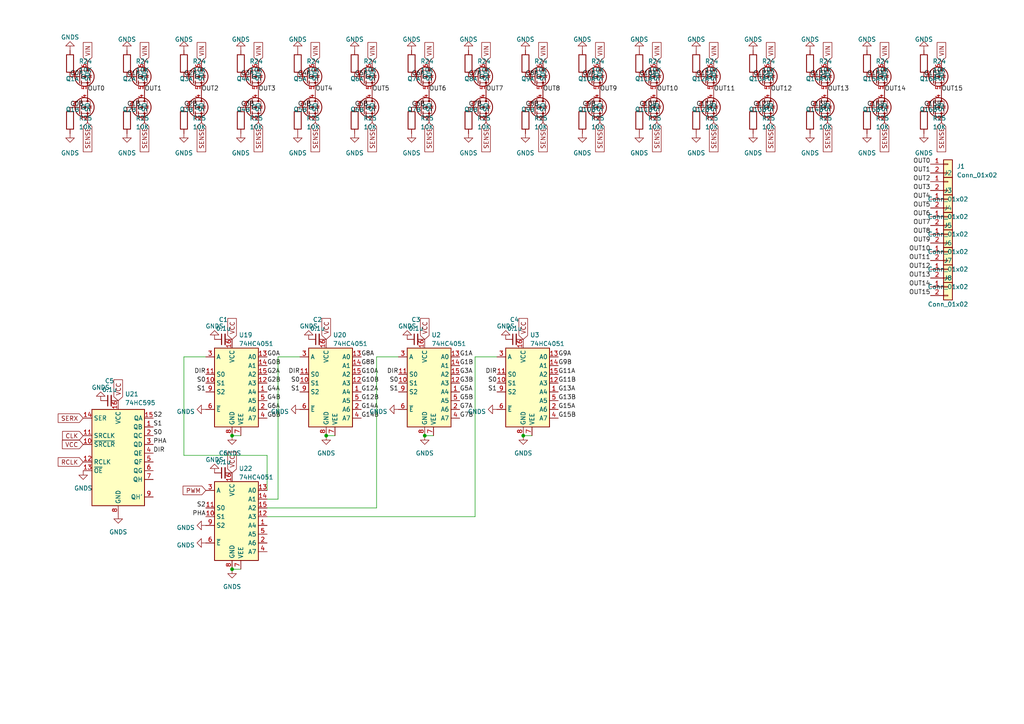
<source format=kicad_sch>
(kicad_sch (version 20230121) (generator eeschema)
  (paper "A4")
  (lib_symbols
    (symbol "74xx:74HC4051"
      (property "Reference" "U" (at -5.08 11.43 0))
      (property "Value" "74HC4051" (at -7.62 -13.97 0))
      (symbol "74HC4051_1_1"
        (pin passive line (at 10.16 -2.54 180) (length 2.54) (name "A4") (number "1"))
        (pin input line (at -7.62 0 0) (length 2.54) (name "S1") (number "10"))
        (pin input line (at -7.62 2.54 0) (length 2.54) (name "S0") (number "11"))
        (pin passive line (at 10.16 0 180) (length 2.54) (name "A3") (number "12"))
        (pin passive line (at 10.16 7.62 180) (length 2.54) (name "A0") (number "13"))
        (pin passive line (at 10.16 5.08 180) (length 2.54) (name "A1") (number "14"))
        (pin passive line (at 10.16 2.54 180) (length 2.54) (name "A2") (number "15"))
        (pin power_in line (at 0 12.7 270) (length 2.54) (name "VCC") (number "16"))
        (pin passive line (at 10.16 -7.62 180) (length 2.54) (name "A6") (number "2"))
        (pin passive line (at -7.62 7.62 0) (length 2.54) (name "A") (number "3"))
        (pin passive line (at 10.16 -10.16 180) (length 2.54) (name "A7") (number "4"))
        (pin passive line (at 10.16 -5.08 180) (length 2.54) (name "A5") (number "5"))
        (pin input line (at -7.62 -7.62 0) (length 2.54) (name "~{E}") (number "6"))
        (pin power_in line (at 2.54 -15.24 90) (length 2.54) (name "VEE") (number "7"))
        (pin power_in line (at 0 -15.24 90) (length 2.54) (name "GND") (number "8"))
        (pin input line (at -7.62 -2.54 0) (length 2.54) (name "S2") (number "9"))
      )
    )
    (symbol "74xx:74HC595"
      (property "Reference" "U" (at -7.62 13.97 0))
      (property "Value" "74HC595" (at -7.62 -16.51 0))
      (symbol "74HC595_1_0"
        (pin tri_state line (at 10.16 7.62 180) (length 2.54) (name "QB") (number "1"))
        (pin input line (at -10.16 2.54 0) (length 2.54) (name "~{SRCLR}") (number "10"))
        (pin input line (at -10.16 5.08 0) (length 2.54) (name "SRCLK") (number "11"))
        (pin input line (at -10.16 -2.54 0) (length 2.54) (name "RCLK") (number "12"))
        (pin input line (at -10.16 -5.08 0) (length 2.54) (name "~{OE}") (number "13"))
        (pin input line (at -10.16 10.16 0) (length 2.54) (name "SER") (number "14"))
        (pin tri_state line (at 10.16 10.16 180) (length 2.54) (name "QA") (number "15"))
        (pin power_in line (at 0 15.24 270) (length 2.54) (name "VCC") (number "16"))
        (pin tri_state line (at 10.16 5.08 180) (length 2.54) (name "QC") (number "2"))
        (pin tri_state line (at 10.16 2.54 180) (length 2.54) (name "QD") (number "3"))
        (pin tri_state line (at 10.16 0 180) (length 2.54) (name "QE") (number "4"))
        (pin tri_state line (at 10.16 -2.54 180) (length 2.54) (name "QF") (number "5"))
        (pin tri_state line (at 10.16 -5.08 180) (length 2.54) (name "QG") (number "6"))
        (pin tri_state line (at 10.16 -7.62 180) (length 2.54) (name "QH") (number "7"))
        (pin power_in line (at 0 -17.78 90) (length 2.54) (name "GND") (number "8"))
        (pin output line (at 10.16 -12.7 180) (length 2.54) (name "QH'") (number "9"))
      )
    )
    (symbol "Connector_Generic:Conn_01x02" (pin_names (offset 1.016) hide)
      (property "Reference" "J" (at 0 2.54 0))
      (property "Value" "Conn_01x02" (at 0 -5.08 0))
      (symbol "Conn_01x02_1_1"
        (pin passive line (at -5.08 0 0) (length 3.81) (name "Pin_1") (number "1"))
        (pin passive line (at -5.08 -2.54 0) (length 3.81) (name "Pin_2") (number "2"))
      )
    )
    (symbol "Device:C_Small" (pin_numbers hide) (pin_names (offset 0.254) hide)
      (property "Reference" "C" (at 0.254 1.778 0))
      (property "Value" "C_Small" (at 0.254 -2.032 0))
      (symbol "C_Small_1_1"
        (pin passive line (at 0 2.54 270) (length 2.032) (name "~") (number "1"))
        (pin passive line (at 0 -2.54 90) (length 2.032) (name "~") (number "2"))
      )
    )
    (symbol "Device:R" (pin_numbers hide) (pin_names (offset 0))
      (property "Reference" "R" (at 2.032 0 90))
      (property "Value" "R" (at 0 0 90))
      (symbol "R_1_1"
        (pin passive line (at 0 3.81 270) (length 1.27) (name "~") (number "1"))
        (pin passive line (at 0 -3.81 90) (length 1.27) (name "~") (number "2"))
      )
    )
    (symbol "TacTile2:DMN2053UVT"
      (property "Reference" "Q" (at 3.175 0 0))
      (symbol "DMN2053UVT_1_1"
        (pin input line (at -5.08 0 0) (length 2.54) (name "G") (number "1"))
        (pin passive line (at 0 -4.445 90) (length 2.54) (name "S") (number "5"))
        (pin passive line (at 0 4.445 270) (length 2.54) (name "D") (number "6"))
      )
      (symbol "DMN2053UVT_2_1"
        (pin passive line (at 0 -4.445 90) (length 2.54) (name "S") (number "2"))
        (pin input line (at -5.08 0 0) (length 2.54) (name "G") (number "3"))
        (pin passive line (at 0 4.445 270) (length 2.54) (name "D") (number "4"))
      )
    )
    (symbol "power:GNDS" (power) (pin_names (offset 0))
      (property "Value" "GNDS" (at 0 -3.81 0))
      (symbol "GNDS_1_1"
        (pin power_in line (at 0 0 270) (length 0) hide (name "GNDS") (number "1"))
      )
    )
  )
  (junction (at 67.31 126.365))
  (junction (at 123.19 126.365))
  (junction (at 151.765 126.365))
  (junction (at 67.31 165.1))
  (junction (at 94.615 126.365))
  (wire (pts (xy 109.22 103.505) (xy 115.57 103.505)))
  (wire (pts (xy 77.47 144.78) (xy 80.645 144.78)))
  (wire (pts (xy 67.31 126.365) (xy 69.85 126.365)))
  (wire (pts (xy 80.645 103.505) (xy 86.995 103.505)))
  (wire (pts (xy 137.795 103.505) (xy 137.795 149.86)))
  (wire (pts (xy 94.615 126.365) (xy 97.155 126.365)))
  (wire (pts (xy 67.31 165.1) (xy 69.85 165.1)))
  (wire (pts (xy 109.22 147.32) (xy 77.47 147.32)))
  (wire (pts (xy 151.765 126.365) (xy 154.305 126.365)))
  (wire (pts (xy 80.645 144.78) (xy 80.645 103.505)))
  (wire (pts (xy 109.22 103.505) (xy 109.22 147.32)))
  (wire (pts (xy 137.795 149.86) (xy 77.47 149.86)))
  (wire (pts (xy 137.795 103.505) (xy 144.145 103.505)))
  (wire (pts (xy 53.34 132.08) (xy 53.34 103.505)))
  (wire (pts (xy 53.34 103.505) (xy 59.69 103.505)))
  (wire (pts (xy 77.47 142.24) (xy 77.47 132.08)))
  (wire (pts (xy 77.47 132.08) (xy 53.34 132.08)))
  (wire (pts (xy 123.19 126.365) (xy 125.73 126.365)))
  (label "G14B" (at 251.46 31.115 0))
  (label "G5B" (at 133.35 116.205 0))
  (label "G2B" (at 53.34 31.115 0))
  (label "DIR" (at 59.69 108.585 180))
  (label "G6A" (at 77.47 118.745 0))
  (label "OUT9" (at 269.875 70.485 180))
  (label "S1" (at 115.57 113.665 180))
  (label "OUT13" (at 240.03 26.67 0))
  (label "G10A" (at 104.775 108.585 0))
  (label "G13B" (at 161.925 116.205 0))
  (label "OUT12" (at 223.52 26.67 0))
  (label "G14A" (at 104.775 118.745 0))
  (label "OUT2" (at 269.875 52.705 180))
  (label "G9A" (at 161.925 103.505 0))
  (label "OUT5" (at 107.95 26.67 0))
  (label "G7B" (at 133.35 121.285 0))
  (label "G10A" (at 185.42 22.225 0))
  (label "G2A" (at 53.34 22.225 0))
  (label "G11B" (at 161.925 111.125 0))
  (label "G1B" (at 36.83 31.115 0))
  (label "S0" (at 59.69 111.125 180))
  (label "G6A" (at 119.38 22.225 0))
  (label "G10B" (at 185.42 31.115 0))
  (label "G12B" (at 218.44 31.115 0))
  (label "G6B" (at 77.47 121.285 0))
  (label "OUT14" (at 269.875 83.185 180))
  (label "DIR" (at 86.995 108.585 180))
  (label "OUT2" (at 58.42 26.67 0))
  (label "G5A" (at 102.87 22.225 0))
  (label "OUT6" (at 124.46 26.67 0))
  (label "S1" (at 44.45 123.825 0))
  (label "G8B" (at 104.775 106.045 0))
  (label "OUT8" (at 269.875 67.945 180))
  (label "G15B" (at 267.97 31.115 0))
  (label "OUT9" (at 173.99 26.67 0))
  (label "G3A" (at 133.35 108.585 0))
  (label "S0" (at 44.45 126.365 0))
  (label "G8A" (at 152.4 22.225 0))
  (label "G0A" (at 77.47 103.505 0))
  (label "G4B" (at 77.47 116.205 0))
  (label "S1" (at 86.995 113.665 180))
  (label "G0A" (at 20.32 22.225 0))
  (label "OUT7" (at 140.97 26.67 0))
  (label "G9B" (at 168.91 31.115 0))
  (label "S1" (at 59.69 113.665 180))
  (label "G12A" (at 218.44 22.225 0))
  (label "OUT10" (at 190.5 26.67 0))
  (label "G8A" (at 104.775 103.505 0))
  (label "S0" (at 144.145 111.125 180))
  (label "OUT13" (at 269.875 80.645 180))
  (label "OUT4" (at 269.875 57.785 180))
  (label "G12B" (at 104.775 116.205 0))
  (label "S0" (at 86.995 111.125 180))
  (label "DIR" (at 115.57 108.585 180))
  (label "OUT6" (at 269.875 62.865 180))
  (label "OUT7" (at 269.875 65.405 180))
  (label "G0B" (at 20.32 31.115 0))
  (label "G13A" (at 234.95 22.225 0))
  (label "G8B" (at 152.4 31.115 0))
  (label "G5B" (at 102.87 31.115 0))
  (label "S1" (at 144.145 113.665 180))
  (label "G10B" (at 104.775 111.125 0))
  (label "G11B" (at 201.93 31.115 0))
  (label "PHA" (at 59.69 149.86 180))
  (label "G15A" (at 161.925 118.745 0))
  (label "G7A" (at 135.89 22.225 0))
  (label "G2B" (at 77.47 111.125 0))
  (label "S2" (at 59.69 147.32 180))
  (label "G15B" (at 161.925 121.285 0))
  (label "G11A" (at 201.93 22.225 0))
  (label "G12A" (at 104.775 113.665 0))
  (label "OUT5" (at 269.875 60.325 180))
  (label "OUT0" (at 25.4 26.67 0))
  (label "G6B" (at 119.38 31.115 0))
  (label "S2" (at 44.45 121.285 0))
  (label "OUT14" (at 256.54 26.67 0))
  (label "OUT8" (at 157.48 26.67 0))
  (label "OUT0" (at 269.875 47.625 180))
  (label "G0B" (at 77.47 106.045 0))
  (label "G4B" (at 86.36 31.115 0))
  (label "OUT11" (at 269.875 75.565 180))
  (label "G2A" (at 77.47 108.585 0))
  (label "OUT11" (at 207.01 26.67 0))
  (label "G13A" (at 161.925 113.665 0))
  (label "G3B" (at 133.35 111.125 0))
  (label "DIR" (at 144.145 108.585 180))
  (label "S0" (at 115.57 111.125 180))
  (label "OUT1" (at 41.91 26.67 0))
  (label "PHA" (at 44.45 128.905 0))
  (label "OUT3" (at 269.875 55.245 180))
  (label "G14A" (at 251.46 22.225 0))
  (label "G1A" (at 133.35 103.505 0))
  (label "G9B" (at 161.925 106.045 0))
  (label "OUT12" (at 269.875 78.105 180))
  (label "G3A" (at 69.85 22.225 0))
  (label "G7A" (at 133.35 118.745 0))
  (label "OUT15" (at 273.05 26.67 0))
  (label "G5A" (at 133.35 113.665 0))
  (label "OUT3" (at 74.93 26.67 0))
  (label "OUT15" (at 269.875 85.725 180))
  (label "G3B" (at 69.85 31.115 0))
  (label "OUT10" (at 269.875 73.025 180))
  (label "G7B" (at 135.89 31.115 0))
  (label "G11A" (at 161.925 108.585 0))
  (label "G1B" (at 133.35 106.045 0))
  (label "OUT1" (at 269.875 50.165 180))
  (label "G1A" (at 36.83 22.225 0))
  (label "G4A" (at 77.47 113.665 0))
  (label "G15A" (at 267.97 22.225 0))
  (label "G4A" (at 86.36 22.225 0))
  (label "DIR" (at 44.45 131.445 0))
  (label "OUT4" (at 91.44 26.67 0))
  (label "G13B" (at 234.95 31.115 0))
  (label "G9A" (at 168.91 22.225 0))
  (label "G14B" (at 104.775 121.285 0))
  (global_label "VIN" (shape input) (at 140.97 17.78 90) (property "Intersheetrefs" "${INTERSHEET_REFS}" (effects hide)))
  (global_label "VIN" (shape input) (at 256.54 17.78 90) (property "Intersheetrefs" "${INTERSHEET_REFS}" (effects hide)))
  (global_label "VCC" (shape input) (at 151.765 98.425 90) (property "Intersheetrefs" "${INTERSHEET_REFS}" (effects hide)))
  (global_label "VIN" (shape input) (at 157.48 17.78 90) (property "Intersheetrefs" "${INTERSHEET_REFS}" (effects hide)))
  (global_label "SENSE" (shape input) (at 140.97 35.56 270) (property "Intersheetrefs" "${INTERSHEET_REFS}" (effects hide)))
  (global_label "SENSE" (shape input) (at 207.01 35.56 270) (property "Intersheetrefs" "${INTERSHEET_REFS}" (effects hide)))
  (global_label "SENSE" (shape input) (at 74.93 35.56 270) (property "Intersheetrefs" "${INTERSHEET_REFS}" (effects hide)))
  (global_label "SERX" (shape input) (at 24.13 121.285 180) (property "Intersheetrefs" "${INTERSHEET_REFS}" (effects hide)))
  (global_label "VCC" (shape input) (at 67.31 98.425 90) (property "Intersheetrefs" "${INTERSHEET_REFS}" (effects hide)))
  (global_label "VCC" (shape input) (at 94.615 98.425 90) (property "Intersheetrefs" "${INTERSHEET_REFS}" (effects hide)))
  (global_label "VIN" (shape input) (at 173.99 17.78 90) (property "Intersheetrefs" "${INTERSHEET_REFS}" (effects hide)))
  (global_label "SENSE" (shape input) (at 173.99 35.56 270) (property "Intersheetrefs" "${INTERSHEET_REFS}" (effects hide)))
  (global_label "VIN" (shape input) (at 240.03 17.78 90) (property "Intersheetrefs" "${INTERSHEET_REFS}" (effects hide)))
  (global_label "VCC" (shape input) (at 24.13 128.905 180) (property "Intersheetrefs" "${INTERSHEET_REFS}" (effects hide)))
  (global_label "VIN" (shape input) (at 74.93 17.78 90) (property "Intersheetrefs" "${INTERSHEET_REFS}" (effects hide)))
  (global_label "SENSE" (shape input) (at 41.91 35.56 270) (property "Intersheetrefs" "${INTERSHEET_REFS}" (effects hide)))
  (global_label "VIN" (shape input) (at 223.52 17.78 90) (property "Intersheetrefs" "${INTERSHEET_REFS}" (effects hide)))
  (global_label "VIN" (shape input) (at 91.44 17.78 90) (property "Intersheetrefs" "${INTERSHEET_REFS}" (effects hide)))
  (global_label "VIN" (shape input) (at 190.5 17.78 90) (property "Intersheetrefs" "${INTERSHEET_REFS}" (effects hide)))
  (global_label "SENSE" (shape input) (at 273.05 35.56 270) (property "Intersheetrefs" "${INTERSHEET_REFS}" (effects hide)))
  (global_label "VIN" (shape input) (at 207.01 17.78 90) (property "Intersheetrefs" "${INTERSHEET_REFS}" (effects hide)))
  (global_label "SENSE" (shape input) (at 190.5 35.56 270) (property "Intersheetrefs" "${INTERSHEET_REFS}" (effects hide)))
  (global_label "VIN" (shape input) (at 25.4 17.78 90) (property "Intersheetrefs" "${INTERSHEET_REFS}" (effects hide)))
  (global_label "VCC" (shape input) (at 34.29 116.205 90) (property "Intersheetrefs" "${INTERSHEET_REFS}" (effects hide)))
  (global_label "VIN" (shape input) (at 124.46 17.78 90) (property "Intersheetrefs" "${INTERSHEET_REFS}" (effects hide)))
  (global_label "SENSE" (shape input) (at 58.42 35.56 270) (property "Intersheetrefs" "${INTERSHEET_REFS}" (effects hide)))
  (global_label "SENSE" (shape input) (at 223.52 35.56 270) (property "Intersheetrefs" "${INTERSHEET_REFS}" (effects hide)))
  (global_label "VCC" (shape input) (at 67.31 137.16 90) (property "Intersheetrefs" "${INTERSHEET_REFS}" (effects hide)))
  (global_label "VIN" (shape input) (at 107.95 17.78 90) (property "Intersheetrefs" "${INTERSHEET_REFS}" (effects hide)))
  (global_label "VCC" (shape input) (at 123.19 98.425 90) (property "Intersheetrefs" "${INTERSHEET_REFS}" (effects hide)))
  (global_label "CLK" (shape input) (at 24.13 126.365 180) (property "Intersheetrefs" "${INTERSHEET_REFS}" (effects hide)))
  (global_label "SENSE" (shape input) (at 157.48 35.56 270) (property "Intersheetrefs" "${INTERSHEET_REFS}" (effects hide)))
  (global_label "SENSE" (shape input) (at 124.46 35.56 270) (property "Intersheetrefs" "${INTERSHEET_REFS}" (effects hide)))
  (global_label "SENSE" (shape input) (at 256.54 35.56 270) (property "Intersheetrefs" "${INTERSHEET_REFS}" (effects hide)))
  (global_label "VIN" (shape input) (at 273.05 17.78 90) (property "Intersheetrefs" "${INTERSHEET_REFS}" (effects hide)))
  (global_label "PWM" (shape input) (at 59.69 142.24 180) (property "Intersheetrefs" "${INTERSHEET_REFS}" (effects hide)))
  (global_label "SENSE" (shape input) (at 91.44 35.56 270) (property "Intersheetrefs" "${INTERSHEET_REFS}" (effects hide)))
  (global_label "RCLK" (shape input) (at 24.13 133.985 180) (property "Intersheetrefs" "${INTERSHEET_REFS}" (effects hide)))
  (global_label "SENSE" (shape input) (at 240.03 35.56 270) (property "Intersheetrefs" "${INTERSHEET_REFS}" (effects hide)))
  (global_label "SENSE" (shape input) (at 25.4 35.56 270) (property "Intersheetrefs" "${INTERSHEET_REFS}" (effects hide)))
  (global_label "VIN" (shape input) (at 58.42 17.78 90) (property "Intersheetrefs" "${INTERSHEET_REFS}" (effects hide)))
  (global_label "SENSE" (shape input) (at 107.95 35.56 270) (property "Intersheetrefs" "${INTERSHEET_REFS}" (effects hide)))
  (global_label "VIN" (shape input) (at 41.91 17.78 90) (property "Intersheetrefs" "${INTERSHEET_REFS}" (effects hide)))
  (symbol (lib_id "power:GNDS") (at 67.31 126.365 0) (unit 1)
    (property "Reference" "#PWR060" (effects hide))
    (property "Value" "GNDS" (at 67.31 131.445 0))
    (instances (project "PEST_Driver" (path "" (reference "#PWR060") (unit 1)) (path "" (reference "#PWR013") (unit 1))))
  )
  (symbol (lib_id "power:GNDS") (at 146.685 98.425 180) (unit 1)
    (property "Reference" "#PWR060" (effects hide))
    (property "Value" "GNDS" (at 146.685 94.615 0))
    (instances (project "PEST_Driver" (path "" (reference "#PWR060") (unit 1)) (path "" (reference "#PWR073") (unit 1))))
  )
  (symbol (lib_id "power:GNDS") (at 151.765 126.365 0) (unit 1)
    (property "Reference" "#PWR060" (effects hide))
    (property "Value" "GNDS" (at 151.765 131.445 0))
    (instances (project "PEST_Driver" (path "" (reference "#PWR060") (unit 1)) (path "" (reference "#PWR016") (unit 1))))
  )
  (symbol (lib_id "power:GNDS") (at 59.69 118.745 270) (unit 1)
    (property "Reference" "#PWR060" (effects hide))
    (property "Value" "GNDS" (at 56.515 119.38 90) (effects (justify right)))
    (instances (project "PEST_Driver" (path "" (reference "#PWR060") (unit 1)) (path "" (reference "#PWR064") (unit 1))))
  )
  (symbol (lib_id "Device:R") (at 86.36 34.925 0) (unit 1)
    (property "Reference" "R25" (at 88.9 34.29 0) (effects (justify left)))
    (property "Value" "10K" (at 88.9 36.83 0) (effects (justify left)))
    (property "Footprint" "Resistor_SMD:R_0402_1005Metric" (effects hide))
    (instances (project "PEST_Driver" (path "" (reference "R25") (unit 1)) (path "" (reference "R11") (unit 1))))
  )
  (symbol (lib_id "Device:R") (at 86.36 18.415 0) (unit 1)
    (property "Reference" "R24" (at 88.9 17.78 0) (effects (justify left)))
    (property "Value" "10K" (at 88.9 20.32 0) (effects (justify left)))
    (property "Footprint" "Resistor_SMD:R_0402_1005Metric" (effects hide))
    (instances (project "PEST_Driver" (path "" (reference "R24") (unit 1)) (path "" (reference "R10") (unit 1))))
  )
  (symbol (lib_id "power:GNDS") (at 135.89 38.735 0) (unit 1)
    (property "Reference" "#PWR060" (effects hide))
    (property "Value" "GNDS" (at 135.89 44.3733 0))
    (instances (project "PEST_Driver" (path "" (reference "#PWR060") (unit 1)) (path "" (reference "#PWR0103") (unit 1))))
  )
  (symbol (lib_id "power:GNDS") (at 53.34 38.735 0) (unit 1)
    (property "Reference" "#PWR060" (effects hide))
    (property "Value" "GNDS" (at 53.34 44.3733 0))
    (instances (project "PEST_Driver" (path "" (reference "#PWR060") (unit 1)) (path "" (reference "#PWR0108") (unit 1))))
  )
  (symbol (lib_id "TacTile2:DMN2053UVT") (at 41.91 31.115 0) (unit 2)
    (property "Reference" "Q2" (at 35.56 31.75 0) (effects (justify left)))
    (property "Value" "~" (at 41.91 31.115 0))
    (property "Footprint" "Package_TO_SOT_SMD:TSOT-23-6" (effects hide))
  )
  (symbol (lib_id "TacTile2:DMN2053UVT") (at 58.42 22.225 0) (unit 1)
    (property "Reference" "Q3" (at 52.07 22.86 0) (effects (justify left)))
    (property "Value" "~" (at 58.42 22.225 0))
    (property "Footprint" "Package_TO_SOT_SMD:TSOT-23-6" (effects hide))
  )
  (symbol (lib_id "power:GNDS") (at 86.36 14.605 180) (unit 1)
    (property "Reference" "#PWR060" (effects hide))
    (property "Value" "GNDS" (at 86.36 11.43 0))
    (instances (project "PEST_Driver" (path "" (reference "#PWR060") (unit 1)) (path "" (reference "#PWR083") (unit 1))))
  )
  (symbol (lib_id "power:GNDS") (at 201.93 14.605 180) (unit 1)
    (property "Reference" "#PWR060" (effects hide))
    (property "Value" "GNDS" (at 201.93 11.43 0))
    (instances (project "PEST_Driver" (path "" (reference "#PWR060") (unit 1)) (path "" (reference "#PWR090") (unit 1))))
  )
  (symbol (lib_id "power:GNDS") (at 20.32 38.735 0) (unit 1)
    (property "Reference" "#PWR060" (effects hide))
    (property "Value" "GNDS" (at 20.32 44.3733 0))
    (instances (project "PEST_Driver" (path "" (reference "#PWR060") (unit 1)) (path "" (reference "#PWR0110") (unit 1))))
  )
  (symbol (lib_id "TacTile2:DMN2053UVT") (at 74.93 31.115 0) (unit 2)
    (property "Reference" "Q4" (at 68.58 31.75 0) (effects (justify left)))
    (property "Value" "~" (at 74.93 31.115 0))
    (property "Footprint" "Package_TO_SOT_SMD:TSOT-23-6" (effects hide))
  )
  (symbol (lib_id "TacTile2:DMN2053UVT") (at 157.48 31.115 0) (unit 2)
    (property "Reference" "Q9" (at 151.13 31.75 0) (effects (justify left)))
    (property "Value" "~" (at 157.48 31.115 0))
    (property "Footprint" "Package_TO_SOT_SMD:TSOT-23-6" (effects hide))
  )
  (symbol (lib_id "power:GNDS") (at 123.19 126.365 0) (unit 1)
    (property "Reference" "#PWR060" (effects hide))
    (property "Value" "GNDS" (at 123.19 131.445 0))
    (instances (project "PEST_Driver" (path "" (reference "#PWR060") (unit 1)) (path "" (reference "#PWR015") (unit 1))))
  )
  (symbol (lib_id "power:GNDS") (at 251.46 38.735 0) (unit 1)
    (property "Reference" "#PWR060" (effects hide))
    (property "Value" "GNDS" (at 251.46 44.3733 0))
    (instances (project "PEST_Driver" (path "" (reference "#PWR060") (unit 1)) (path "" (reference "#PWR096") (unit 1))))
  )
  (symbol (lib_id "Device:R") (at 119.38 18.415 0) (unit 1)
    (property "Reference" "R24" (at 121.92 17.78 0) (effects (justify left)))
    (property "Value" "10K" (at 121.92 20.32 0) (effects (justify left)))
    (property "Footprint" "Resistor_SMD:R_0402_1005Metric" (effects hide))
    (instances (project "PEST_Driver" (path "" (reference "R24") (unit 1)) (path "" (reference "R14") (unit 1))))
  )
  (symbol (lib_id "TacTile2:DMN2053UVT") (at 223.52 31.115 0) (unit 2)
    (property "Reference" "Q13" (at 217.17 31.75 0) (effects (justify left)))
    (property "Value" "~" (at 223.52 31.115 0))
    (property "Footprint" "Package_TO_SOT_SMD:TSOT-23-6" (effects hide))
  )
  (symbol (lib_id "Connector_Generic:Conn_01x02") (at 274.955 78.105 0) (unit 1)
    (property "Reference" "J7" (at 274.955 75.565 0))
    (property "Value" "Conn_01x02" (at 274.955 83.185 0))
    (property "Footprint" "TacTile2:High_Current_Jumper" (effects hide))
  )
  (symbol (lib_id "power:GNDS") (at 168.91 14.605 180) (unit 1)
    (property "Reference" "#PWR060" (effects hide))
    (property "Value" "GNDS" (at 168.91 11.43 0))
    (instances (project "PEST_Driver" (path "" (reference "#PWR060") (unit 1)) (path "" (reference "#PWR088") (unit 1))))
  )
  (symbol (lib_id "power:GNDS") (at 62.23 137.16 180) (unit 1)
    (property "Reference" "#PWR060" (effects hide))
    (property "Value" "GNDS" (at 62.23 133.35 0))
    (instances (project "PEST_Driver" (path "" (reference "#PWR060") (unit 1)) (path "" (reference "#PWR070") (unit 1))))
  )
  (symbol (lib_id "TacTile2:DMN2053UVT") (at 140.97 31.115 0) (unit 2)
    (property "Reference" "Q8" (at 134.62 31.75 0) (effects (justify left)))
    (property "Value" "~" (at 140.97 31.115 0))
    (property "Footprint" "Package_TO_SOT_SMD:TSOT-23-6" (effects hide))
  )
  (symbol (lib_id "74xx:74HC4051") (at 67.31 149.86 0) (unit 1)
    (property "Reference" "U22" (at 69.2659 135.89 0) (effects (justify left)))
    (property "Value" "74HC4051" (at 69.2659 138.43 0) (effects (justify left)))
    (property "Footprint" "Package_SO:TSSOP-16_4.4x5mm_P0.65mm" (effects hide))
    (property "Datasheet" "http://www.ti.com/lit/ds/symlink/cd74hc4051.pdf" (effects hide))
    (instances (project "PEST_Driver" (path "" (reference "U22") (unit 1)) (path "" (reference "U12") (unit 1))))
  )
  (symbol (lib_id "TacTile2:DMN2053UVT") (at 273.05 31.115 0) (unit 2)
    (property "Reference" "Q16" (at 266.7 31.75 0) (effects (justify left)))
    (property "Value" "~" (at 273.05 31.115 0))
    (property "Footprint" "Package_TO_SOT_SMD:TSOT-23-6" (effects hide))
  )
  (symbol (lib_id "power:GNDS") (at 36.83 14.605 180) (unit 1)
    (property "Reference" "#PWR060" (effects hide))
    (property "Value" "GNDS" (at 36.83 11.43 0))
    (instances (project "PEST_Driver" (path "" (reference "#PWR060") (unit 1)) (path "" (reference "#PWR080") (unit 1))))
  )
  (symbol (lib_id "74xx:74HC4051") (at 94.615 111.125 0) (unit 1)
    (property "Reference" "U20" (at 96.5709 97.155 0) (effects (justify left)))
    (property "Value" "74HC4051" (at 96.5709 99.695 0) (effects (justify left)))
    (property "Footprint" "Package_SO:TSSOP-16_4.4x5mm_P0.65mm" (effects hide))
    (property "Datasheet" "http://www.ti.com/lit/ds/symlink/cd74hc4051.pdf" (effects hide))
    (instances (project "PEST_Driver" (path "" (reference "U20") (unit 1)) (path "" (reference "U3") (unit 1))))
  )
  (symbol (lib_id "power:GNDS") (at 185.42 14.605 180) (unit 1)
    (property "Reference" "#PWR060" (effects hide))
    (property "Value" "GNDS" (at 185.42 11.43 0))
    (instances (project "PEST_Driver" (path "" (reference "#PWR060") (unit 1)) (path "" (reference "#PWR089") (unit 1))))
  )
  (symbol (lib_id "TacTile2:DMN2053UVT") (at 107.95 31.115 0) (unit 2)
    (property "Reference" "Q6" (at 101.6 31.75 0) (effects (justify left)))
    (property "Value" "~" (at 107.95 31.115 0))
    (property "Footprint" "Package_TO_SOT_SMD:TSOT-23-6" (effects hide))
  )
  (symbol (lib_id "power:GNDS") (at 62.23 98.425 180) (unit 1)
    (property "Reference" "#PWR060" (effects hide))
    (property "Value" "GNDS" (at 62.23 94.615 0))
    (instances (project "PEST_Driver" (path "" (reference "#PWR060") (unit 1)) (path "" (reference "#PWR069") (unit 1))))
  )
  (symbol (lib_id "power:GNDS") (at 218.44 38.735 0) (unit 1)
    (property "Reference" "#PWR060" (effects hide))
    (property "Value" "GNDS" (at 218.44 44.3733 0))
    (instances (project "PEST_Driver" (path "" (reference "#PWR060") (unit 1)) (path "" (reference "#PWR098") (unit 1))))
  )
  (symbol (lib_id "Device:R") (at 152.4 18.415 0) (unit 1)
    (property "Reference" "R24" (at 154.94 17.78 0) (effects (justify left)))
    (property "Value" "10K" (at 154.94 20.32 0) (effects (justify left)))
    (property "Footprint" "Resistor_SMD:R_0402_1005Metric" (effects hide))
    (instances (project "PEST_Driver" (path "" (reference "R24") (unit 1)) (path "" (reference "R18") (unit 1))))
  )
  (symbol (lib_id "TacTile2:DMN2053UVT") (at 207.01 31.115 0) (unit 2)
    (property "Reference" "Q12" (at 200.66 31.75 0) (effects (justify left)))
    (property "Value" "~" (at 207.01 31.115 0))
    (property "Footprint" "Package_TO_SOT_SMD:TSOT-23-6" (effects hide))
  )
  (symbol (lib_id "Device:C_Small") (at 31.75 116.205 90) (unit 1)
    (property "Reference" "C5" (at 31.7563 110.49 90))
    (property "Value" "0.1u" (at 31.7563 113.03 90))
    (property "Footprint" "Capacitor_SMD:C_0402_1005Metric" (effects hide))
  )
  (symbol (lib_id "power:GNDS") (at 59.69 152.4 270) (unit 1)
    (property "Reference" "#PWR060" (effects hide))
    (property "Value" "GNDS" (at 56.515 153.035 90) (effects (justify right)))
    (instances (project "PEST_Driver" (path "" (reference "#PWR060") (unit 1)) (path "" (reference "#PWR018") (unit 1))))
  )
  (symbol (lib_id "power:GNDS") (at 234.95 38.735 0) (unit 1)
    (property "Reference" "#PWR060" (effects hide))
    (property "Value" "GNDS" (at 234.95 44.3733 0))
    (instances (project "PEST_Driver" (path "" (reference "#PWR060") (unit 1)) (path "" (reference "#PWR097") (unit 1))))
  )
  (symbol (lib_id "Device:R") (at 36.83 34.925 0) (unit 1)
    (property "Reference" "R25" (at 39.37 34.29 0) (effects (justify left)))
    (property "Value" "10K" (at 39.37 36.83 0) (effects (justify left)))
    (property "Footprint" "Resistor_SMD:R_0402_1005Metric" (effects hide))
    (instances (project "PEST_Driver" (path "" (reference "R25") (unit 1)) (path "" (reference "R5") (unit 1))))
  )
  (symbol (lib_id "Connector_Generic:Conn_01x02") (at 274.955 73.025 0) (unit 1)
    (property "Reference" "J6" (at 274.955 70.485 0))
    (property "Value" "Conn_01x02" (at 274.955 78.105 0))
    (property "Footprint" "TacTile2:High_Current_Jumper" (effects hide))
  )
  (symbol (lib_id "TacTile2:DMN2053UVT") (at 41.91 22.225 0) (unit 1)
    (property "Reference" "Q2" (at 35.56 22.86 0) (effects (justify left)))
    (property "Value" "~" (at 41.91 22.225 0))
    (property "Footprint" "Package_TO_SOT_SMD:TSOT-23-6" (effects hide))
  )
  (symbol (lib_id "power:GNDS") (at 86.995 118.745 270) (unit 1)
    (property "Reference" "#PWR060" (effects hide))
    (property "Value" "GNDS" (at 83.82 119.38 90) (effects (justify right)))
    (instances (project "PEST_Driver" (path "" (reference "#PWR060") (unit 1)) (path "" (reference "#PWR065") (unit 1))))
  )
  (symbol (lib_id "Device:R") (at 251.46 34.925 0) (unit 1)
    (property "Reference" "R25" (at 254 34.29 0) (effects (justify left)))
    (property "Value" "10K" (at 254 36.83 0) (effects (justify left)))
    (property "Footprint" "Resistor_SMD:R_0402_1005Metric" (effects hide))
    (instances (project "PEST_Driver" (path "" (reference "R25") (unit 1)) (path "" (reference "R31") (unit 1))))
  )
  (symbol (lib_id "power:GNDS") (at 69.85 38.735 0) (unit 1)
    (property "Reference" "#PWR060" (effects hide))
    (property "Value" "GNDS" (at 69.85 44.3733 0))
    (instances (project "PEST_Driver" (path "" (reference "#PWR060") (unit 1)) (path "" (reference "#PWR0107") (unit 1))))
  )
  (symbol (lib_id "TacTile2:DMN2053UVT") (at 91.44 31.115 0) (unit 2)
    (property "Reference" "Q5" (at 85.09 31.75 0) (effects (justify left)))
    (property "Value" "~" (at 91.44 31.115 0))
    (property "Footprint" "Package_TO_SOT_SMD:TSOT-23-6" (effects hide))
  )
  (symbol (lib_id "power:GNDS") (at 135.89 14.605 180) (unit 1)
    (property "Reference" "#PWR060" (effects hide))
    (property "Value" "GNDS" (at 135.89 11.43 0))
    (instances (project "PEST_Driver" (path "" (reference "#PWR060") (unit 1)) (path "" (reference "#PWR086") (unit 1))))
  )
  (symbol (lib_id "Device:R") (at 69.85 34.925 0) (unit 1)
    (property "Reference" "R25" (at 72.39 34.29 0) (effects (justify left)))
    (property "Value" "10K" (at 72.39 36.83 0) (effects (justify left)))
    (property "Footprint" "Resistor_SMD:R_0402_1005Metric" (effects hide))
    (instances (project "PEST_Driver" (path "" (reference "R25") (unit 1)) (path "" (reference "R9") (unit 1))))
  )
  (symbol (lib_id "Device:C_Small") (at 92.075 98.425 90) (unit 1)
    (property "Reference" "C2" (at 92.0813 92.71 90))
    (property "Value" "0.1u" (at 92.0813 95.25 90))
    (property "Footprint" "Capacitor_SMD:C_0402_1005Metric" (effects hide))
  )
  (symbol (lib_id "power:GNDS") (at 53.34 14.605 180) (unit 1)
    (property "Reference" "#PWR060" (effects hide))
    (property "Value" "GNDS" (at 53.34 11.43 0))
    (instances (project "PEST_Driver" (path "" (reference "#PWR060") (unit 1)) (path "" (reference "#PWR081") (unit 1))))
  )
  (symbol (lib_id "power:GNDS") (at 102.87 38.735 0) (unit 1)
    (property "Reference" "#PWR060" (effects hide))
    (property "Value" "GNDS" (at 102.87 44.3733 0))
    (instances (project "PEST_Driver" (path "" (reference "#PWR060") (unit 1)) (path "" (reference "#PWR0105") (unit 1))))
  )
  (symbol (lib_id "TacTile2:DMN2053UVT") (at 256.54 31.115 0) (unit 2)
    (property "Reference" "Q15" (at 250.19 31.75 0) (effects (justify left)))
    (property "Value" "~" (at 256.54 31.115 0))
    (property "Footprint" "Package_TO_SOT_SMD:TSOT-23-6" (effects hide))
  )
  (symbol (lib_id "TacTile2:DMN2053UVT") (at 124.46 31.115 0) (unit 2)
    (property "Reference" "Q7" (at 118.11 31.75 0) (effects (justify left)))
    (property "Value" "~" (at 124.46 31.115 0))
    (property "Footprint" "Package_TO_SOT_SMD:TSOT-23-6" (effects hide))
  )
  (symbol (lib_id "Device:R") (at 267.97 18.415 0) (unit 1)
    (property "Reference" "R24" (at 270.51 17.78 0) (effects (justify left)))
    (property "Value" "10K" (at 270.51 20.32 0) (effects (justify left)))
    (property "Footprint" "Resistor_SMD:R_0402_1005Metric" (effects hide))
    (instances (project "PEST_Driver" (path "" (reference "R24") (unit 1)) (path "" (reference "R32") (unit 1))))
  )
  (symbol (lib_id "Device:R") (at 20.32 34.925 0) (unit 1)
    (property "Reference" "R25" (at 22.86 34.29 0) (effects (justify left)))
    (property "Value" "10K" (at 22.86 36.83 0) (effects (justify left)))
    (property "Footprint" "Resistor_SMD:R_0402_1005Metric" (effects hide))
    (instances (project "PEST_Driver" (path "" (reference "R25") (unit 1)) (path "" (reference "R3") (unit 1))))
  )
  (symbol (lib_id "Device:R") (at 218.44 18.415 0) (unit 1)
    (property "Reference" "R24" (at 220.98 17.78 0) (effects (justify left)))
    (property "Value" "10K" (at 220.98 20.32 0) (effects (justify left)))
    (property "Footprint" "Resistor_SMD:R_0402_1005Metric" (effects hide))
    (instances (project "PEST_Driver" (path "" (reference "R24") (unit 1)) (path "" (reference "R26") (unit 1))))
  )
  (symbol (lib_id "power:GNDS") (at 36.83 38.735 0) (unit 1)
    (property "Reference" "#PWR060" (effects hide))
    (property "Value" "GNDS" (at 36.83 44.3733 0))
    (instances (project "PEST_Driver" (path "" (reference "#PWR060") (unit 1)) (path "" (reference "#PWR0109") (unit 1))))
  )
  (symbol (lib_id "power:GNDS") (at 251.46 14.605 180) (unit 1)
    (property "Reference" "#PWR060" (effects hide))
    (property "Value" "GNDS" (at 251.46 11.43 0))
    (instances (project "PEST_Driver" (path "" (reference "#PWR060") (unit 1)) (path "" (reference "#PWR093") (unit 1))))
  )
  (symbol (lib_id "Device:R") (at 201.93 34.925 0) (unit 1)
    (property "Reference" "R25" (at 204.47 34.29 0) (effects (justify left)))
    (property "Value" "10K" (at 204.47 36.83 0) (effects (justify left)))
    (property "Footprint" "Resistor_SMD:R_0402_1005Metric" (effects hide))
  )
  (symbol (lib_id "TacTile2:DMN2053UVT") (at 74.93 22.225 0) (unit 1)
    (property "Reference" "Q4" (at 68.58 22.86 0) (effects (justify left)))
    (property "Value" "~" (at 74.93 22.225 0))
    (property "Footprint" "Package_TO_SOT_SMD:TSOT-23-6" (effects hide))
  )
  (symbol (lib_id "74xx:74HC4051") (at 67.31 111.125 0) (unit 1)
    (property "Reference" "U19" (at 69.2659 97.155 0) (effects (justify left)))
    (property "Value" "74HC4051" (at 69.2659 99.695 0) (effects (justify left)))
    (property "Footprint" "Package_SO:TSSOP-16_4.4x5mm_P0.65mm" (effects hide))
    (property "Datasheet" "http://www.ti.com/lit/ds/symlink/cd74hc4051.pdf" (effects hide))
    (instances (project "PEST_Driver" (path "" (reference "U19") (unit 1)) (path "" (reference "U2") (unit 1))))
  )
  (symbol (lib_id "power:GNDS") (at 152.4 38.735 0) (unit 1)
    (property "Reference" "#PWR060" (effects hide))
    (property "Value" "GNDS" (at 152.4 44.3733 0))
    (instances (project "PEST_Driver" (path "" (reference "#PWR060") (unit 1)) (path "" (reference "#PWR0102") (unit 1))))
  )
  (symbol (lib_id "Device:R") (at 135.89 34.925 0) (unit 1)
    (property "Reference" "R25" (at 138.43 34.29 0) (effects (justify left)))
    (property "Value" "10K" (at 138.43 36.83 0) (effects (justify left)))
    (property "Footprint" "Resistor_SMD:R_0402_1005Metric" (effects hide))
    (instances (project "PEST_Driver" (path "" (reference "R25") (unit 1)) (path "" (reference "R17") (unit 1))))
  )
  (symbol (lib_id "TacTile2:DMN2053UVT") (at 256.54 22.225 0) (unit 1)
    (property "Reference" "Q15" (at 250.19 22.86 0) (effects (justify left)))
    (property "Value" "~" (at 256.54 22.225 0))
    (property "Footprint" "Package_TO_SOT_SMD:TSOT-23-6" (effects hide))
  )
  (symbol (lib_id "74xx:74HC4051") (at 123.19 111.125 0) (unit 1)
    (property "Reference" "U2" (at 125.1459 97.155 0) (effects (justify left)))
    (property "Value" "74HC4051" (at 125.1459 99.695 0) (effects (justify left)))
    (property "Footprint" "Package_SO:TSSOP-16_4.4x5mm_P0.65mm" (effects hide))
    (property "Datasheet" "http://www.ti.com/lit/ds/symlink/cd74hc4051.pdf" (effects hide))
    (instances (project "PEST_Driver" (path "" (reference "U2") (unit 1)) (path "" (reference "U4") (unit 1))))
  )
  (symbol (lib_id "power:GNDS") (at 119.38 14.605 180) (unit 1)
    (property "Reference" "#PWR060" (effects hide))
    (property "Value" "GNDS" (at 119.38 11.43 0))
    (instances (project "PEST_Driver" (path "" (reference "#PWR060") (unit 1)) (path "" (reference "#PWR085") (unit 1))))
  )
  (symbol (lib_id "Device:R") (at 53.34 18.415 0) (unit 1)
    (property "Reference" "R24" (at 55.88 17.78 0) (effects (justify left)))
    (property "Value" "10K" (at 55.88 20.32 0) (effects (justify left)))
    (property "Footprint" "Resistor_SMD:R_0402_1005Metric" (effects hide))
    (instances (project "PEST_Driver" (path "" (reference "R24") (unit 1)) (path "" (reference "R6") (unit 1))))
  )
  (symbol (lib_id "Device:R") (at 36.83 18.415 0) (unit 1)
    (property "Reference" "R24" (at 39.37 17.78 0) (effects (justify left)))
    (property "Value" "10K" (at 39.37 20.32 0) (effects (justify left)))
    (property "Footprint" "Resistor_SMD:R_0402_1005Metric" (effects hide))
    (instances (project "PEST_Driver" (path "" (reference "R24") (unit 1)) (path "" (reference "R4") (unit 1))))
  )
  (symbol (lib_id "Device:R") (at 20.32 18.415 0) (unit 1)
    (property "Reference" "R24" (at 22.86 17.78 0) (effects (justify left)))
    (property "Value" "10K" (at 22.86 20.32 0) (effects (justify left)))
    (property "Footprint" "Resistor_SMD:R_0402_1005Metric" (effects hide))
    (instances (project "PEST_Driver" (path "" (reference "R24") (unit 1)) (path "" (reference "R2") (unit 1))))
  )
  (symbol (lib_id "power:GNDS") (at 102.87 14.605 180) (unit 1)
    (property "Reference" "#PWR060" (effects hide))
    (property "Value" "GNDS" (at 102.87 11.43 0))
    (instances (project "PEST_Driver" (path "" (reference "#PWR060") (unit 1)) (path "" (reference "#PWR084") (unit 1))))
  )
  (symbol (lib_id "power:GNDS") (at 115.57 118.745 270) (unit 1)
    (property "Reference" "#PWR060" (effects hide))
    (property "Value" "GNDS" (at 112.395 119.38 90) (effects (justify right)))
    (instances (project "PEST_Driver" (path "" (reference "#PWR060") (unit 1)) (path "" (reference "#PWR066") (unit 1))))
  )
  (symbol (lib_id "power:GNDS") (at 24.13 136.525 0) (unit 1)
    (property "Reference" "#PWR060" (effects hide))
    (property "Value" "GNDS" (at 24.13 141.605 0))
    (instances (project "PEST_Driver" (path "" (reference "#PWR060") (unit 1)) (path "" (reference "#PWR017") (unit 1))))
  )
  (symbol (lib_id "TacTile2:DMN2053UVT") (at 140.97 22.225 0) (unit 1)
    (property "Reference" "Q8" (at 134.62 22.86 0) (effects (justify left)))
    (property "Value" "~" (at 140.97 22.225 0))
    (property "Footprint" "Package_TO_SOT_SMD:TSOT-23-6" (effects hide))
  )
  (symbol (lib_id "power:GNDS") (at 119.38 38.735 0) (unit 1)
    (property "Reference" "#PWR060" (effects hide))
    (property "Value" "GNDS" (at 119.38 44.3733 0))
    (instances (project "PEST_Driver" (path "" (reference "#PWR060") (unit 1)) (path "" (reference "#PWR0104") (unit 1))))
  )
  (symbol (lib_id "Connector_Generic:Conn_01x02") (at 274.955 62.865 0) (unit 1)
    (property "Reference" "J4" (at 274.955 60.325 0))
    (property "Value" "Conn_01x02" (at 274.955 67.945 0))
    (property "Footprint" "TacTile2:High_Current_Jumper" (effects hide))
  )
  (symbol (lib_id "TacTile2:DMN2053UVT") (at 25.4 22.225 0) (unit 1)
    (property "Reference" "Q1" (at 19.05 22.86 0) (effects (justify left)))
    (property "Value" "~" (at 25.4 22.225 0))
    (property "Footprint" "Package_TO_SOT_SMD:TSOT-23-6" (effects hide))
  )
  (symbol (lib_id "TacTile2:DMN2053UVT") (at 240.03 31.115 0) (unit 2)
    (property "Reference" "Q14" (at 233.68 31.75 0) (effects (justify left)))
    (property "Value" "~" (at 240.03 31.115 0))
    (property "Footprint" "Package_TO_SOT_SMD:TSOT-23-6" (effects hide))
  )
  (symbol (lib_id "Device:C_Small") (at 149.225 98.425 90) (unit 1)
    (property "Reference" "C4" (at 149.2313 92.71 90))
    (property "Value" "0.1u" (at 149.2313 95.25 90))
    (property "Footprint" "Capacitor_SMD:C_0402_1005Metric" (effects hide))
  )
  (symbol (lib_id "Connector_Generic:Conn_01x02") (at 274.955 57.785 0) (unit 1)
    (property "Reference" "J3" (at 274.955 55.245 0))
    (property "Value" "Conn_01x02" (at 274.955 62.865 0))
    (property "Footprint" "TacTile2:High_Current_Jumper" (effects hide))
  )
  (symbol (lib_id "TacTile2:DMN2053UVT") (at 107.95 22.225 0) (unit 1)
    (property "Reference" "Q6" (at 101.6 22.86 0) (effects (justify left)))
    (property "Value" "~" (at 107.95 22.225 0))
    (property "Footprint" "Package_TO_SOT_SMD:TSOT-23-6" (effects hide))
  )
  (symbol (lib_id "Device:C_Small") (at 64.77 98.425 90) (unit 1)
    (property "Reference" "C1" (at 64.7763 92.71 90))
    (property "Value" "0.1u" (at 64.7763 95.25 90))
    (property "Footprint" "Capacitor_SMD:C_0402_1005Metric" (effects hide))
  )
  (symbol (lib_id "power:GNDS") (at 94.615 126.365 0) (unit 1)
    (property "Reference" "#PWR060" (effects hide))
    (property "Value" "GNDS" (at 94.615 131.445 0))
    (instances (project "PEST_Driver" (path "" (reference "#PWR060") (unit 1)) (path "" (reference "#PWR014") (unit 1))))
  )
  (symbol (lib_id "Device:R") (at 251.46 18.415 0) (unit 1)
    (property "Reference" "R24" (at 254 17.78 0) (effects (justify left)))
    (property "Value" "10K" (at 254 20.32 0) (effects (justify left)))
    (property "Footprint" "Resistor_SMD:R_0402_1005Metric" (effects hide))
    (instances (project "PEST_Driver" (path "" (reference "R24") (unit 1)) (path "" (reference "R30") (unit 1))))
  )
  (symbol (lib_id "Device:R") (at 218.44 34.925 0) (unit 1)
    (property "Reference" "R25" (at 220.98 34.29 0) (effects (justify left)))
    (property "Value" "10K" (at 220.98 36.83 0) (effects (justify left)))
    (property "Footprint" "Resistor_SMD:R_0402_1005Metric" (effects hide))
    (instances (project "PEST_Driver" (path "" (reference "R25") (unit 1)) (path "" (reference "R27") (unit 1))))
  )
  (symbol (lib_id "TacTile2:DMN2053UVT") (at 91.44 22.225 0) (unit 1)
    (property "Reference" "Q5" (at 85.09 22.86 0) (effects (justify left)))
    (property "Value" "~" (at 91.44 22.225 0))
    (property "Footprint" "Package_TO_SOT_SMD:TSOT-23-6" (effects hide))
  )
  (symbol (lib_id "Connector_Generic:Conn_01x02") (at 274.955 67.945 0) (unit 1)
    (property "Reference" "J5" (at 274.955 65.405 0))
    (property "Value" "Conn_01x02" (at 274.955 73.025 0))
    (property "Footprint" "TacTile2:High_Current_Jumper" (effects hide))
  )
  (symbol (lib_id "74xx:74HC595") (at 34.29 131.445 0) (unit 1)
    (property "Reference" "U21" (at 36.2459 114.3 0) (effects (justify left)))
    (property "Value" "74HC595" (at 36.2459 116.84 0) (effects (justify left)))
    (property "Footprint" "Package_SO:TSSOP-16_4.4x5mm_P0.65mm" (effects hide))
    (property "Datasheet" "http://www.ti.com/lit/ds/symlink/sn74hc595.pdf" (effects hide))
    (instances (project "PEST_Driver" (path "" (reference "U21") (unit 1)) (path "" (reference "U6") (unit 1))))
  )
  (symbol (lib_id "74xx:74HC4051") (at 151.765 111.125 0) (unit 1)
    (property "Reference" "U3" (at 153.7209 97.155 0) (effects (justify left)))
    (property "Value" "74HC4051" (at 153.7209 99.695 0) (effects (justify left)))
    (property "Footprint" "Package_SO:TSSOP-16_4.4x5mm_P0.65mm" (effects hide))
    (property "Datasheet" "http://www.ti.com/lit/ds/symlink/cd74hc4051.pdf" (effects hide))
    (instances (project "PEST_Driver" (path "" (reference "U3") (unit 1)) (path "" (reference "U5") (unit 1))))
  )
  (symbol (lib_id "Connector_Generic:Conn_01x02") (at 274.955 47.625 0) (unit 1)
    (property "Reference" "J1" (at 277.495 48.26 0) (effects (justify left)))
    (property "Value" "Conn_01x02" (at 277.495 50.8 0) (effects (justify left)))
    (property "Footprint" "TacTile2:High_Current_Jumper" (effects hide))
  )
  (symbol (lib_id "TacTile2:DMN2053UVT") (at 190.5 31.115 0) (unit 2)
    (property "Reference" "Q11" (at 184.15 31.75 0) (effects (justify left)))
    (property "Value" "~" (at 190.5 31.115 0))
    (property "Footprint" "Package_TO_SOT_SMD:TSOT-23-6" (effects hide))
  )
  (symbol (lib_id "power:GNDS") (at 20.32 14.605 180) (unit 1)
    (property "Reference" "#PWR060" (effects hide))
    (property "Value" "GNDS" (at 20.32 10.795 0))
    (instances (project "PEST_Driver" (path "" (reference "#PWR060") (unit 1)) (path "" (reference "#PWR079") (unit 1))))
  )
  (symbol (lib_id "Device:R") (at 185.42 34.925 0) (unit 1)
    (property "Reference" "R25" (at 187.96 34.29 0) (effects (justify left)))
    (property "Value" "10K" (at 187.96 36.83 0) (effects (justify left)))
    (property "Footprint" "Resistor_SMD:R_0402_1005Metric" (effects hide))
    (instances (project "PEST_Driver" (path "" (reference "R25") (unit 1)) (path "" (reference "R23") (unit 1))))
  )
  (symbol (lib_id "TacTile2:DMN2053UVT") (at 173.99 22.225 0) (unit 1)
    (property "Reference" "Q10" (at 167.64 22.86 0) (effects (justify left)))
    (property "Value" "~" (at 173.99 22.225 0))
    (property "Footprint" "Package_TO_SOT_SMD:TSOT-23-6" (effects hide))
  )
  (symbol (lib_id "power:GNDS") (at 185.42 38.735 0) (unit 1)
    (property "Reference" "#PWR060" (effects hide))
    (property "Value" "GNDS" (at 185.42 44.3733 0))
    (instances (project "PEST_Driver" (path "" (reference "#PWR060") (unit 1)) (path "" (reference "#PWR0100") (unit 1))))
  )
  (symbol (lib_id "power:GNDS") (at 152.4 14.605 180) (unit 1)
    (property "Reference" "#PWR060" (effects hide))
    (property "Value" "GNDS" (at 152.4 11.43 0))
    (instances (project "PEST_Driver" (path "" (reference "#PWR060") (unit 1)) (path "" (reference "#PWR087") (unit 1))))
  )
  (symbol (lib_id "power:GNDS") (at 267.97 14.605 180) (unit 1)
    (property "Reference" "#PWR060" (effects hide))
    (property "Value" "GNDS" (at 267.97 11.43 0))
    (instances (project "PEST_Driver" (path "" (reference "#PWR060") (unit 1)) (path "" (reference "#PWR094") (unit 1))))
  )
  (symbol (lib_id "Device:R") (at 69.85 18.415 0) (unit 1)
    (property "Reference" "R24" (at 72.39 17.78 0) (effects (justify left)))
    (property "Value" "10K" (at 72.39 20.32 0) (effects (justify left)))
    (property "Footprint" "Resistor_SMD:R_0402_1005Metric" (effects hide))
    (instances (project "PEST_Driver" (path "" (reference "R24") (unit 1)) (path "" (reference "R8") (unit 1))))
  )
  (symbol (lib_id "Device:R") (at 234.95 34.925 0) (unit 1)
    (property "Reference" "R25" (at 237.49 34.29 0) (effects (justify left)))
    (property "Value" "10K" (at 237.49 36.83 0) (effects (justify left)))
    (property "Footprint" "Resistor_SMD:R_0402_1005Metric" (effects hide))
    (instances (project "PEST_Driver" (path "" (reference "R25") (unit 1)) (path "" (reference "R29") (unit 1))))
  )
  (symbol (lib_id "Device:R") (at 53.34 34.925 0) (unit 1)
    (property "Reference" "R25" (at 55.88 34.29 0) (effects (justify left)))
    (property "Value" "10K" (at 55.88 36.83 0) (effects (justify left)))
    (property "Footprint" "Resistor_SMD:R_0402_1005Metric" (effects hide))
    (instances (project "PEST_Driver" (path "" (reference "R25") (unit 1)) (path "" (reference "R7") (unit 1))))
  )
  (symbol (lib_id "Device:R") (at 102.87 18.415 0) (unit 1)
    (property "Reference" "R24" (at 105.41 17.78 0) (effects (justify left)))
    (property "Value" "10K" (at 105.41 20.32 0) (effects (justify left)))
    (property "Footprint" "Resistor_SMD:R_0402_1005Metric" (effects hide))
    (instances (project "PEST_Driver" (path "" (reference "R24") (unit 1)) (path "" (reference "R12") (unit 1))))
  )
  (symbol (lib_id "TacTile2:DMN2053UVT") (at 58.42 31.115 0) (unit 2)
    (property "Reference" "Q3" (at 52.07 31.75 0) (effects (justify left)))
    (property "Value" "~" (at 58.42 31.115 0))
    (property "Footprint" "Package_TO_SOT_SMD:TSOT-23-6" (effects hide))
  )
  (symbol (lib_id "Connector_Generic:Conn_01x02") (at 274.955 52.705 0) (unit 1)
    (property "Reference" "J2" (at 274.955 50.165 0))
    (property "Value" "Conn_01x02" (at 274.955 57.785 0))
    (property "Footprint" "TacTile2:High_Current_Jumper" (effects hide))
  )
  (symbol (lib_id "Device:R") (at 267.97 34.925 0) (unit 1)
    (property "Reference" "R25" (at 270.51 34.29 0) (effects (justify left)))
    (property "Value" "10K" (at 270.51 36.83 0) (effects (justify left)))
    (property "Footprint" "Resistor_SMD:R_0402_1005Metric" (effects hide))
    (instances (project "PEST_Driver" (path "" (reference "R25") (unit 1)) (path "" (reference "R33") (unit 1))))
  )
  (symbol (lib_id "power:GNDS") (at 168.91 38.735 0) (unit 1)
    (property "Reference" "#PWR060" (effects hide))
    (property "Value" "GNDS" (at 168.91 44.3733 0))
    (instances (project "PEST_Driver" (path "" (reference "#PWR060") (unit 1)) (path "" (reference "#PWR0101") (unit 1))))
  )
  (symbol (lib_id "power:GNDS") (at 234.95 14.605 180) (unit 1)
    (property "Reference" "#PWR060" (effects hide))
    (property "Value" "GNDS" (at 234.95 11.43 0))
    (instances (project "PEST_Driver" (path "" (reference "#PWR060") (unit 1)) (path "" (reference "#PWR092") (unit 1))))
  )
  (symbol (lib_id "Device:R") (at 185.42 18.415 0) (unit 1)
    (property "Reference" "R24" (at 187.96 17.78 0) (effects (justify left)))
    (property "Value" "10K" (at 187.96 20.32 0) (effects (justify left)))
    (property "Footprint" "Resistor_SMD:R_0402_1005Metric" (effects hide))
    (instances (project "PEST_Driver" (path "" (reference "R24") (unit 1)) (path "" (reference "R22") (unit 1))))
  )
  (symbol (lib_id "power:GNDS") (at 144.145 118.745 270) (unit 1)
    (property "Reference" "#PWR060" (effects hide))
    (property "Value" "GNDS" (at 140.97 119.38 90) (effects (justify right)))
    (instances (project "PEST_Driver" (path "" (reference "#PWR060") (unit 1)) (path "" (reference "#PWR067") (unit 1))))
  )
  (symbol (lib_id "Device:R") (at 168.91 34.925 0) (unit 1)
    (property "Reference" "R25" (at 171.45 34.29 0) (effects (justify left)))
    (property "Value" "10K" (at 171.45 36.83 0) (effects (justify left)))
    (property "Footprint" "Resistor_SMD:R_0402_1005Metric" (effects hide))
    (instances (project "PEST_Driver" (path "" (reference "R25") (unit 1)) (path "" (reference "R21") (unit 1))))
  )
  (symbol (lib_id "TacTile2:DMN2053UVT") (at 25.4 31.115 0) (unit 2)
    (property "Reference" "Q1" (at 19.05 31.75 0) (effects (justify left)))
    (property "Value" "~" (at 25.4 31.115 0))
    (property "Footprint" "Package_TO_SOT_SMD:TSOT-23-6" (effects hide))
  )
  (symbol (lib_id "power:GNDS") (at 201.93 38.735 0) (unit 1)
    (property "Reference" "#PWR060" (effects hide))
    (property "Value" "GNDS" (at 201.93 44.3733 0))
    (instances (project "PEST_Driver" (path "" (reference "#PWR060") (unit 1)) (path "" (reference "#PWR099") (unit 1))))
  )
  (symbol (lib_id "Device:R") (at 234.95 18.415 0) (unit 1)
    (property "Reference" "R24" (at 237.49 17.78 0) (effects (justify left)))
    (property "Value" "10K" (at 237.49 20.32 0) (effects (justify left)))
    (property "Footprint" "Resistor_SMD:R_0402_1005Metric" (effects hide))
    (instances (project "PEST_Driver" (path "" (reference "R24") (unit 1)) (path "" (reference "R28") (unit 1))))
  )
  (symbol (lib_id "TacTile2:DMN2053UVT") (at 173.99 31.115 0) (unit 2)
    (property "Reference" "Q10" (at 167.64 31.75 0) (effects (justify left)))
    (property "Value" "~" (at 173.99 31.115 0))
    (property "Footprint" "Package_TO_SOT_SMD:TSOT-23-6" (effects hide))
  )
  (symbol (lib_id "TacTile2:DMN2053UVT") (at 207.01 22.225 0) (unit 1)
    (property "Reference" "Q12" (at 200.66 22.86 0) (effects (justify left)))
    (property "Value" "~" (at 207.01 22.225 0))
    (property "Footprint" "Package_TO_SOT_SMD:TSOT-23-6" (effects hide))
  )
  (symbol (lib_id "Connector_Generic:Conn_01x02") (at 274.955 83.185 0) (unit 1)
    (property "Reference" "J8" (at 274.955 80.645 0))
    (property "Value" "Conn_01x02" (at 274.955 88.265 0))
    (property "Footprint" "TacTile2:High_Current_Jumper" (effects hide))
  )
  (symbol (lib_id "Device:R") (at 119.38 34.925 0) (unit 1)
    (property "Reference" "R25" (at 121.92 34.29 0) (effects (justify left)))
    (property "Value" "10K" (at 121.92 36.83 0) (effects (justify left)))
    (property "Footprint" "Resistor_SMD:R_0402_1005Metric" (effects hide))
    (instances (project "PEST_Driver" (path "" (reference "R25") (unit 1)) (path "" (reference "R15") (unit 1))))
  )
  (symbol (lib_id "power:GNDS") (at 29.21 116.205 180) (unit 1)
    (property "Reference" "#PWR060" (effects hide))
    (property "Value" "GNDS" (at 29.21 112.395 0))
    (instances (project "PEST_Driver" (path "" (reference "#PWR060") (unit 1)) (path "" (reference "#PWR068") (unit 1))))
  )
  (symbol (lib_id "power:GNDS") (at 34.29 149.225 0) (unit 1)
    (property "Reference" "#PWR060" (effects hide))
    (property "Value" "GNDS" (at 34.29 154.305 0))
    (instances (project "PEST_Driver" (path "" (reference "#PWR060") (unit 1)) (path "" (reference "#PWR011") (unit 1))))
  )
  (symbol (lib_id "TacTile2:DMN2053UVT") (at 223.52 22.225 0) (unit 1)
    (property "Reference" "Q13" (at 217.17 22.86 0) (effects (justify left)))
    (property "Value" "~" (at 223.52 22.225 0))
    (property "Footprint" "Package_TO_SOT_SMD:TSOT-23-6" (effects hide))
  )
  (symbol (lib_id "TacTile2:DMN2053UVT") (at 240.03 22.225 0) (unit 1)
    (property "Reference" "Q14" (at 233.68 22.86 0) (effects (justify left)))
    (property "Value" "~" (at 240.03 22.225 0))
    (property "Footprint" "Package_TO_SOT_SMD:TSOT-23-6" (effects hide))
  )
  (symbol (lib_id "power:GNDS") (at 59.69 157.48 270) (unit 1)
    (property "Reference" "#PWR060" (effects hide))
    (property "Value" "GNDS" (at 56.515 158.115 90) (effects (justify right)))
    (instances (project "PEST_Driver" (path "" (reference "#PWR060") (unit 1)) (path "" (reference "#PWR019") (unit 1))))
  )
  (symbol (lib_id "power:GNDS") (at 69.85 14.605 180) (unit 1)
    (property "Reference" "#PWR060" (effects hide))
    (property "Value" "GNDS" (at 69.85 11.43 0))
    (instances (project "PEST_Driver" (path "" (reference "#PWR060") (unit 1)) (path "" (reference "#PWR082") (unit 1))))
  )
  (symbol (lib_id "Device:R") (at 201.93 18.415 0) (unit 1)
    (property "Reference" "R24" (at 204.47 17.78 0) (effects (justify left)))
    (property "Value" "10K" (at 204.47 20.32 0) (effects (justify left)))
    (property "Footprint" "Resistor_SMD:R_0402_1005Metric" (effects hide))
  )
  (symbol (lib_id "Device:R") (at 102.87 34.925 0) (unit 1)
    (property "Reference" "R25" (at 105.41 34.29 0) (effects (justify left)))
    (property "Value" "10K" (at 105.41 36.83 0) (effects (justify left)))
    (property "Footprint" "Resistor_SMD:R_0402_1005Metric" (effects hide))
    (instances (project "PEST_Driver" (path "" (reference "R25") (unit 1)) (path "" (reference "R13") (unit 1))))
  )
  (symbol (lib_id "power:GNDS") (at 67.31 165.1 0) (unit 1)
    (property "Reference" "#PWR060" (effects hide))
    (property "Value" "GNDS" (at 67.31 170.18 0))
    (instances (project "PEST_Driver" (path "" (reference "#PWR060") (unit 1)) (path "" (reference "#PWR012") (unit 1))))
  )
  (symbol (lib_id "power:GNDS") (at 267.97 38.735 0) (unit 1)
    (property "Reference" "#PWR060" (effects hide))
    (property "Value" "GNDS" (at 267.97 44.3733 0))
    (instances (project "PEST_Driver" (path "" (reference "#PWR060") (unit 1)) (path "" (reference "#PWR095") (unit 1))))
  )
  (symbol (lib_id "Device:R") (at 135.89 18.415 0) (unit 1)
    (property "Reference" "R24" (at 138.43 17.78 0) (effects (justify left)))
    (property "Value" "10K" (at 138.43 20.32 0) (effects (justify left)))
    (property "Footprint" "Resistor_SMD:R_0402_1005Metric" (effects hide))
    (instances (project "PEST_Driver" (path "" (reference "R24") (unit 1)) (path "" (reference "R16") (unit 1))))
  )
  (symbol (lib_id "Device:R") (at 168.91 18.415 0) (unit 1)
    (property "Reference" "R24" (at 171.45 17.78 0) (effects (justify left)))
    (property "Value" "10K" (at 171.45 20.32 0) (effects (justify left)))
    (property "Footprint" "Resistor_SMD:R_0402_1005Metric" (effects hide))
    (instances (project "PEST_Driver" (path "" (reference "R24") (unit 1)) (path "" (reference "R20") (unit 1))))
  )
  (symbol (lib_id "power:GNDS") (at 86.36 38.735 0) (unit 1)
    (property "Reference" "#PWR060" (effects hide))
    (property "Value" "GNDS" (at 86.36 44.3733 0))
    (instances (project "PEST_Driver" (path "" (reference "#PWR060") (unit 1)) (path "" (reference "#PWR0106") (unit 1))))
  )
  (symbol (lib_id "TacTile2:DMN2053UVT") (at 157.48 22.225 0) (unit 1)
    (property "Reference" "Q9" (at 151.13 22.86 0) (effects (justify left)))
    (property "Value" "~" (at 157.48 22.225 0))
    (property "Footprint" "Package_TO_SOT_SMD:TSOT-23-6" (effects hide))
  )
  (symbol (lib_id "Device:C_Small") (at 64.77 137.16 90) (unit 1)
    (property "Reference" "C6" (at 64.7763 131.445 90))
    (property "Value" "0.1u" (at 64.7763 133.985 90))
    (property "Footprint" "Capacitor_SMD:C_0402_1005Metric" (effects hide))
  )
  (symbol (lib_id "power:GNDS") (at 89.535 98.425 180) (unit 1)
    (property "Reference" "#PWR060" (effects hide))
    (property "Value" "GNDS" (at 89.535 94.615 0))
    (instances (project "PEST_Driver" (path "" (reference "#PWR060") (unit 1)) (path "" (reference "#PWR071") (unit 1))))
  )
  (symbol (lib_id "TacTile2:DMN2053UVT") (at 124.46 22.225 0) (unit 1)
    (property "Reference" "Q7" (at 118.11 22.86 0) (effects (justify left)))
    (property "Value" "~" (at 124.46 22.225 0))
    (property "Footprint" "Package_TO_SOT_SMD:TSOT-23-6" (effects hide))
  )
  (symbol (lib_id "Device:R") (at 152.4 34.925 0) (unit 1)
    (property "Reference" "R25" (at 154.94 34.29 0) (effects (justify left)))
    (property "Value" "10K" (at 154.94 36.83 0) (effects (justify left)))
    (property "Footprint" "Resistor_SMD:R_0402_1005Metric" (effects hide))
    (instances (project "PEST_Driver" (path "" (reference "R25") (unit 1)) (path "" (reference "R19") (unit 1))))
  )
  (symbol (lib_id "TacTile2:DMN2053UVT") (at 190.5 22.225 0) (unit 1)
    (property "Reference" "Q11" (at 184.15 22.86 0) (effects (justify left)))
    (property "Value" "~" (at 190.5 22.225 0))
    (property "Footprint" "Package_TO_SOT_SMD:TSOT-23-6" (effects hide))
  )
  (symbol (lib_id "power:GNDS") (at 118.11 98.425 180) (unit 1)
    (property "Reference" "#PWR060" (effects hide))
    (property "Value" "GNDS" (at 118.11 94.615 0))
    (instances (project "PEST_Driver" (path "" (reference "#PWR060") (unit 1)) (path "" (reference "#PWR072") (unit 1))))
  )
  (symbol (lib_id "Device:C_Small") (at 120.65 98.425 90) (unit 1)
    (property "Reference" "C3" (at 120.6563 92.71 90))
    (property "Value" "0.1u" (at 120.6563 95.25 90))
    (property "Footprint" "Capacitor_SMD:C_0402_1005Metric" (effects hide))
  )
  (symbol (lib_id "TacTile2:DMN2053UVT") (at 273.05 22.225 0) (unit 1)
    (property "Reference" "Q16" (at 266.7 22.86 0) (effects (justify left)))
    (property "Value" "~" (at 273.05 22.225 0))
    (property "Footprint" "Package_TO_SOT_SMD:TSOT-23-6" (effects hide))
  )
  (symbol (lib_id "power:GNDS") (at 218.44 14.605 180) (unit 1)
    (property "Reference" "#PWR060" (effects hide))
    (property "Value" "GNDS" (at 218.44 11.43 0))
    (instances (project "PEST_Driver" (path "" (reference "#PWR060") (unit 1)) (path "" (reference "#PWR091") (unit 1))))
  )
)
</source>
